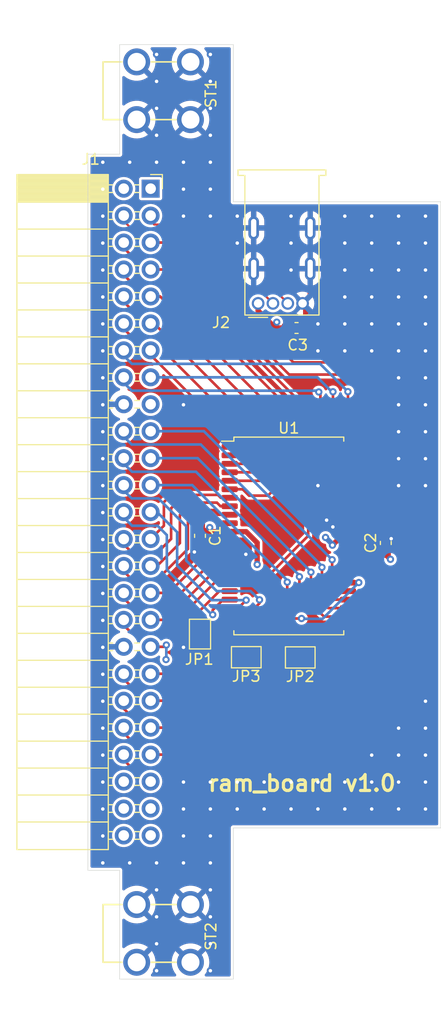
<source format=kicad_pcb>
(kicad_pcb (version 20211014) (generator pcbnew)
  (layers (0 "F.Cu" signal) (1 "In1.Cu" power) (2 "In2.Cu" power) (31 "B.Cu" signal) (34 "B.Paste" user) (35 "F.Paste" user) (36 "B.SilkS" user "B.Silkscreen") (37 "F.SilkS" user "F.Silkscreen") (38 "B.Mask" user) (39 "F.Mask" user) (44 "Edge.Cuts" user))
  (net 0 "")
  (net 1 "GND")
  (net 2 "/DVDD3v3")
  (net 5 "/USB_D+")
  (net 6 "/USB_D-")
  (net 7 "/CS#")
  (net 8 "/OE#")
  (net 9 "/WE#")
  (net 10 "/BE#")
  (net 11 "/DVDD5")
  (net 12 "/A8")
  (net 13 "/A10")
  (net 20 "/A4")
  (net 21 "/A3")
  (net 22 "/A2")
  (net 23 "/A1")
  (net 24 "/A0")
  (net 25 "/IO0")
  (net 26 "/IO1")
  (net 27 "/IO2")
  (net 28 "/IO3")
  (net 29 "/IO4")
  (net 30 "/IO5")
  (net 31 "/IO6")
  (net 32 "/IO7")
  (net 33 "/A16")
  (net 34 "/A15")
  (net 35 "/A14")
  (net 36 "/A13")
  (net 37 "/A12")
  (net 38 "/A17")
  (net 39 "/A11")
  (net 40 "/A9")
  (net 41 "/A18")
  (net 42 "/IO8")
  (net 43 "/IO9")
  (net 44 "/IO10")
  (net 45 "/IO11")
  (net 46 "/IO12")
  (net 47 "/IO13")
  (net 48 "/IO14")
  (net 49 "/IO15")
  (net 50 "/A7")
  (net 51 "/A6")
  (net 52 "/A5")
  (footprint "Package_SO:TSOP-II-44_10.16x18.41mm_P0.8mm" (layer "F.Cu") (at 62.48 59.98)
    (fp_text reference "U1")
    (fp_text value "IS66WV51216")
  )
  (footprint "Capacitor_SMD:C_0603_1608Metric_Pad1.08x0.95mm_HandSolder" (layer "F.Cu") (at 63.21 40.38)
    (fp_text reference "C3")
    (fp_text value "0.1u")
  )
  (footprint "Capacitor_SMD:C_0603_1608Metric_Pad1.08x0.95mm_HandSolder" (layer "F.Cu") (at 71.64 60.64 90)
    (fp_text reference "C2")
    (fp_text value "0.1u")
  )
  (footprint "custom_components:USB_A_Molex_067329-8000" (layer "F.Cu") (at 61.68 38.06 180)
    (fp_text reference "J2")
    (fp_text value "USB_A")
  )
  (footprint "custom_components:7773" (layer "F.Cu") (at 53.19 97.44 -90)
    (fp_text reference "ST2")
    (fp_text value "Screw_Terminal_01x01")
  )
  (footprint "Jumper:SolderJumper-2_P1.3mm_Open_Pad1.0x1.5mm" (layer "F.Cu") (at 54.09 69.23 -90)
    (fp_text reference "JP1")
    (fp_text value "SolderJumper_2_Open")
  )
  (footprint "Jumper:SolderJumper-2_P1.3mm_Open_Pad1.0x1.5mm" (layer "F.Cu") (at 58.46 71.41 180)
    (fp_text reference "JP3")
    (fp_text value "SolderJumper_2_Open")
  )
  (footprint "Connector_PinSocket_2.54mm:PinSocket_2x25_P2.54mm_Horizontal" (layer "F.Cu") (at 49.42579 27.24871)
    (fp_text reference "J1")
    (fp_text value "Conn_02x25_Odd_Even")
  )
  (footprint "Jumper:SolderJumper-2_P1.3mm_Open_Pad1.0x1.5mm" (layer "F.Cu") (at 63.56 71.43 180)
    (fp_text reference "JP2")
    (fp_text value "SolderJumper_2_Open")
  )
  (footprint "custom_components:7773" (layer "F.Cu") (at 53.19 18.02 -90)
    (fp_text reference "ST1")
    (fp_text value "Screw_Terminal_01x01")
  )
  (footprint "Capacitor_SMD:C_0603_1608Metric_Pad1.08x0.95mm_HandSolder" (layer "F.Cu") (at 54.09 59.97 -90)
    (fp_text reference "C1")
    (fp_text value "0.1u")
  )
  (gr_line (start 46.5 24) (end 43.5 24) (layer "Edge.Cuts") (width 0.05))
  (gr_line (start 46.5 91.5) (end 46.5 101.75) (layer "Edge.Cuts") (width 0.05))
  (gr_line (start 43.5 24) (end 43.5 91.5) (layer "Edge.Cuts") (width 0.05))
  (gr_line (start 76.84 87.5) (end 76.84 28.48) (layer "Edge.Cuts") (width 0.05))
  (gr_line (start 57.24 28.48) (end 57.24 13.67) (layer "Edge.Cuts") (width 0.05))
  (gr_line (start 57.24 13.67) (end 46.5 13.67) (layer "Edge.Cuts") (width 0.05))
  (gr_line (start 43.5 91.5) (end 46.5 91.5) (layer "Edge.Cuts") (width 0.05))
  (gr_line (start 46.5 13.67) (end 46.5 24) (layer "Edge.Cuts") (width 0.05))
  (gr_line (start 46.5 101.75) (end 57.24 101.75) (layer "Edge.Cuts") (width 0.05))
  (gr_line (start 57.24 101.75) (end 57.24 87.5) (layer "Edge.Cuts") (width 0.05))
  (gr_line (start 57.24 87.5) (end 76.84 87.5) (layer "Edge.Cuts") (width 0.05))
  (gr_line (start 76.84 28.48) (end 57.24 28.48) (layer "Edge.Cuts") (width 0.05))
  (gr_text "ram_board v1.0" (at 63.72 83.29) (layer "F.SilkS") (effects (font (size 1.5 1.5) (thickness 0.3))))
  (segment (start 56.8925 60.38) (end 57.755882 60.38) (width 0.5) (layer "F.Cu") (net 1))
  (segment (start 57.755882 60.38) (end 58.42 61.044118) (width 0.5) (layer "F.Cu") (net 1))
  (segment (start 64.5 37.34) (end 63.78 38.06) (width 0.5) (layer "F.Cu") (net 1))
  (segment (start 64.5 34.79) (end 64.5 37.34) (width 0.5) (layer "F.Cu") (net 1))
  (segment (start 67.09 59.58) (end 66.64 59.13) (width 0.5) (layer "F.Cu") (net 1))
  (segment (start 68.0675 59.58) (end 71.4425 59.58) (width 0.5) (layer "F.Cu") (net 1))
  (segment (start 58.42 61.044118) (end 58.42 61.71) (width 0.5) (layer "F.Cu") (net 1))
  (segment (start 54.5425 60.38) (end 54.09 60.8325) (width 0.5) (layer "F.Cu") (net 1))
  (segment (start 71.64 59.7775) (end 71.6875 59.7775) (width 0.5) (layer "F.Cu") (net 1))
  (segment (start 54.09 60.96) (end 53.56 61.49) (width 0.5) (layer "F.Cu") (net 1))
  (segment (start 71.4425 59.58) (end 71.64 59.7775) (width 0.5) (layer "F.Cu") (net 1))
  (segment (start 71.6875 59.7775) (end 72.15 60.24) (width 0.5) (layer "F.Cu") (net 1))
  (segment (start 64.0725 40.38) (end 64.0725 38.3525) (width 0.5) (layer "F.Cu") (net 1))
  (segment (start 56.8925 60.38) (end 54.5425 60.38) (width 0.5) (layer "F.Cu") (net 1))
  (segment (start 64.0725 38.3525) (end 63.78 38.06) (width 0.5) (layer "F.Cu") (net 1))
  (segment (start 68.0675 59.58) (end 67.09 59.58) (width 0.5) (layer "F.Cu") (net 1))
  (segment (start 54.09 60.8325) (end 54.09 60.96) (width 0.5) (layer "F.Cu") (net 1))
  (via (at 66.64 59.13) (size 0.686) (drill 0.33) (layers "F.Cu" "B.Cu") (net 1))
  (via (at 44.908409 29.836428) (size 0.686) (drill 0.33) (layers "F.Cu" "B.Cu") (net 1))
  (via (at 44.908409 32.376428) (size 0.686) (drill 0.33) (layers "F.Cu" "B.Cu") (net 1))
  (via (at 75.388409 78.096428) (size 0.686) (drill 0.33) (layers "F.Cu" "B.Cu") (net 1))
  (via (at 75.388409 32.376428) (size 0.686) (drill 0.33) (layers "F.Cu" "B.Cu") (net 1))
  (via (at 52.528409 83.176428) (size 0.686) (drill 0.33) (layers "F.Cu" "B.Cu") (net 1))
  (via (at 65.228409 85.716428) (size 0.686) (drill 0.33) (layers "F.Cu" "B.Cu") (net 1))
  (via (at 70.308409 32.376428) (size 0.686) (drill 0.33) (layers "F.Cu" "B.Cu") (net 1))
  (via (at 67.768409 29.836428) (size 0.686) (drill 0.33) (layers "F.Cu" "B.Cu") (net 1))
  (via (at 44.908409 37.456428) (size 0.686) (drill 0.33) (layers "F.Cu" "B.Cu") (net 1))
  (via (at 75.388409 45.076428) (size 0.686) (drill 0.33) (layers "F.Cu" "B.Cu") (net 1))
  (via (at 72.848409 78.096428) (size 0.686) (drill 0.33) (layers "F.Cu" "B.Cu") (net 1))
  (via (at 44.908409 55.236428) (size 0.686) (drill 0.33) (layers "F.Cu" "B.Cu") (net 1))
  (via (at 72.848409 45.076428) (size 0.686) (drill 0.33) (layers "F.Cu" "B.Cu") (net 1))
  (via (at 52.528409 29.836428) (size 0.686) (drill 0.33) (layers "F.Cu" "B.Cu") (net 1))
  (via (at 75.388409 50.156428) (size 0.686) (drill 0.33) (layers "F.Cu" "B.Cu") (net 1))
  (via (at 52.528409 27.296428) (size 0.686) (drill 0.33) (layers "F.Cu" "B.Cu") (net 1))
  (via (at 44.908409 34.916428) (size 0.686) (drill 0.33) (layers "F.Cu" "B.Cu") (net 1))
  (via (at 44.908409 75.556428) (size 0.686) (drill 0.33) (layers "F.Cu" "B.Cu") (net 1))
  (via (at 55.068409 29.836428) (size 0.686) (drill 0.33) (layers "F.Cu" "B.Cu") (net 1))
  (via (at 72.848409 39.996428) (size 0.686) (drill 0.33) (layers "F.Cu" "B.Cu") (net 1))
  (via (at 72.848409 52.696428) (size 0.686) (drill 0.33) (layers "F.Cu" "B.Cu") (net 1))
  (via (at 62.688409 32.376428) (size 0.686) (drill 0.33) (layers "F.Cu" "B.Cu") (net 1))
  (via (at 55.068409 24.756428) (size 0.686) (drill 0.33) (layers "F.Cu" "B.Cu") (net 1))
  (via (at 49.988409 95.876428) (size 0.686) (drill 0.33) (layers "F.Cu" "B.Cu") (net 1))
  (via (at 75.388409 80.636428) (size 0.686) (drill 0.33) (layers "F.Cu" "B.Cu") (net 1))
  (via (at 57.608409 32.376428) (size 0.686) (drill 0.33) (layers "F.Cu" "B.Cu") (net 1))
  (via (at 44.908409 42.536428) (size 0.686) (drill 0.33) (layers "F.Cu" "B.Cu") (net 1))
  (via (at 62.688409 29.836428) (size 0.686) (drill 0.33) (layers "F.Cu" "B.Cu") (net 1))
  (via (at 55.068409 17.136428) (size 0.686) (drill 0.33) (layers "F.Cu" "B.Cu") (net 1))
  (via (at 72.848409 55.236428) (size 0.686) (drill 0.33) (layers "F.Cu" "B.Cu") (net 1))
  (via (at 44.908409 39.996428) (size 0.686) (drill 0.33) (layers "F.Cu" "B.Cu") (net 1))
  (via (at 44.908409 60.316428) (size 0.686) (drill 0.33) (layers "F.Cu" "B.Cu") (net 1))
  (via (at 55.068409 98.416428) (size 0.686) (drill 0.33) (layers "F.Cu" "B.Cu") (net 1))
  (via (at 44.908409 90.796428) (size 0.686) (drill 0.33) (layers "F.Cu" "B.Cu") (net 1))
  (via (at 57.608409 83.176428) (size 0.686) (drill 0.33) (layers "F.Cu" "B.Cu") (net 1))
  (via (at 49.988409 24.756428) (size 0.686) (drill 0.33) (layers "F.Cu" "B.Cu") (net 1))
  (via (at 44.908409 73.016428) (size 0.686) (drill 0.33) (layers "F.Cu" "B.Cu") (net 1))
  (via (at 65.228409 42.536428) (size 0.686) (drill 0.33) (layers "F.Cu" "B.Cu") (net 1))
  (via (at 70.308409 85.716428) (size 0.686) (drill 0.33) (layers "F.Cu" "B.Cu") (net 1))
  (via (at 55.068409 95.876428) (size 0.686) (drill 0.33) (layers "F.Cu" "B.Cu") (net 1))
  (via (at 47.448409 24.756428) (size 0.686) (drill 0.33) (layers "F.Cu" "B.Cu") (net 1))
  (via (at 72.848409 37.456428) (size 0.686) (drill 0.33) (layers "F.Cu" "B.Cu") (net 1))
  (via (at 66.05 58.49) (size 0.686) (drill 0.33) (layers "F.Cu" "B.Cu") (net 1))
  (via (at 70.308409 42.536428) (size 0.686) (drill 0.33) (layers "F.Cu" "B.Cu") (net 1))
  (via (at 47.448409 90.796428) (size 0.686) (drill 0.33) (layers "F.Cu" "B.Cu") (net 1))
  (via (at 72.848409 50.156428) (size 0.686) (drill 0.33) (layers "F.Cu" "B.Cu") (net 1))
  (via (at 44.908409 50.156428) (size 0.686) (drill 0.33) (layers "F.Cu" "B.Cu") (net 1))
  (via (at 49.988409 98.416428) (size 0.686) (drill 0.33) (layers "F.Cu" "B.Cu") (net 1))
  (via (at 72.848409 42.536428) (size 0.686) (drill 0.33) (layers "F.Cu" "B.Cu") (net 1))
  (via (at 60.148409 83.176428) (size 0.686) (drill 0.33) (layers "F.Cu" "B.Cu") (net 1))
  (via (at 49.988409 14.596428) (size 0.686) (drill 0.33) (layers "F.Cu" "B.Cu") (net 1))
  (via (at 75.388409 55.236428) (size 0.686) (drill 0.33) (layers "F.Cu" "B.Cu") (net 1))
  (via (at 55.068409 85.716428) (size 0.686) (drill 0.33) (layers "F.Cu" "B.Cu") (net 1))
  (via (at 55.068409 19.676428) (size 0.686) (drill 0.33) (layers "F.Cu" "B.Cu") (net 1))
  (via (at 44.908409 65.396428) (size 0.686) (drill 0.33) (layers "F.Cu" "B.Cu") (net 1))
  (via (at 44.908409 47.616428) (size 0.686) (drill 0.33) (layers "F.Cu" "B.Cu") (net 1))
  (via (at 49.988409 22.216428) (size 0.686) (drill 0.33) (layers "F.Cu" "B.Cu") (net 1))
  (via (at 72.848409 34.916428) (size 0.686) (drill 0.33) (layers "F.Cu" "B.Cu") (net 1))
  (via (at 65.228409 55.236428) (size 0.686) (drill 0.33) (layers "F.Cu" "B.Cu") (net 1))
  (via (at 44.908409 52.696428) (size 0.686) (drill 0.33) (layers "F.Cu" "B.Cu") (net 1))
  (via (at 72.848409 85.716428) (size 0.686) (drill 0.33) (layers "F.Cu" "B.Cu") (net 1))
  (via (at 75.388409 34.916428) (size 0.686) (drill 0.33) (layers "F.Cu" "B.Cu") (net 1))
  (via (at 44.908409 83.176428) (size 0.686) (drill 0.33) (layers "F.Cu" "B.Cu") (net 1))
  (via (at 52.528409 47.616428) (size 0.686) (drill 0.33) (layers "F.Cu" "B.Cu") (net 1))
  (via (at 65.228409 83.176428) (size 0.686) (drill 0.33) (layers "F.Cu" "B.Cu") (net 1))
  (via (at 55.068409 90.796428) (size 0.686) (drill 0.33) (layers "F.Cu" "B.Cu") (net 1))
  (via (at 75.388409 75.556428) (size 0.686) (drill 0.33) (layers "F.Cu" "B.Cu") (net 1))
  (via (at 72.848409 80.636428) (size 0.686) (drill 0.33) (layers "F.Cu" "B.Cu") (net 1))
  (via (at 55.068409 27.296428) (size 0.686) (drill 0.33) (layers "F.Cu" "B.Cu") (net 1))
  (via (at 72.848409 29.836428) (size 0.686) (drill 0.33) (layers "F.Cu" "B.Cu") (net 1))
  (via (at 44.908409 45.076428) (size 0.686) (drill 0.33) (layers "F.Cu" "B.Cu") (net 1))
  (via (at 55.068409 83.176428) (size 0.686) (drill 0.33) (layers "F.Cu" "B.Cu") (net 1))
  (via (at 58.42 61.71) (size 0.686) (drill 0.33) (layers "F.Cu" "B.Cu") (net 1))
  (via (at 67.768409 34.916428) (size 0.686) (drill 0.33) (layers "F.Cu" "B.Cu") (net 1))
  (via (at 49.988409 93.336428) (size 0.686) (drill 0.33) (layers "F.Cu" "B.Cu") (net 1))
  (via (at 72.848409 47.616428) (size 0.686) (drill 0.33) (layers "F.Cu" "B.Cu") (net 1))
  (via (at 70.308409 83.176428) (size 0.686) (drill 0.33) (layers "F.Cu" "B.Cu") (net 1))
  (via (at 67.768409 37.456428) (size 0.686) (drill 0.33) (layers "F.Cu" "B.Cu") (net 1))
  (via (at 75.388409 39.996428) (size 0.686) (drill 0.33) (layers "F.Cu" "B.Cu") (net 1))
  (via (at 62.688409 85.716428) (size 0.686) (drill 0.33) (layers "F.Cu" "B.Cu") (net 1))
  (via (at 49.988409 100.956428) (size 0.686) (drill 0.33) (layers "F.Cu" "B.Cu") (net 1))
  (via (at 44.908409 62.856428) (size 0.686) (drill 0.33) (layers "F.Cu" "B.Cu") (net 1))
  (via (at 75.388409 85.716428) (size 0.686) (drill 0.33) (layers "F.Cu" "B.Cu") (net 1))
  (via (at 62.688409 83.176428) (size 0.686) (drill 0.33) (layers "F.Cu" "B.Cu") (net 1))
  (via (at 75.388409 83.176428) (size 0.686) (drill 0.33) (layers "F.Cu" "B.Cu") (net 1))
  (via (at 70.308409 37.456428) (size 0.686) (drill 0.33) (layers "F.Cu" "B.Cu") (net 1))
  (via (at 60.148409 85.716428) (size 0.686) (drill 0.33) (layers "F.Cu" "B.Cu") (net 1))
  (via (at 55.068409 93.336428) (size 0.686) (drill 0.33) (layers "F.Cu" "B.Cu") (net 1))
  (via (at 52.528409 24.756428) (size 0.686) (drill 0.33) (layers "F.Cu" "B.Cu") (net 1))
  (via (at 75.388409 52.696428) (size 0.686) (drill 0.33) (layers "F.Cu" "B.Cu") (net 1))
  (via (at 67.768409 83.176428) (size 0.686) (drill 0.33) (layers "F.Cu" "B.Cu") (net 1))
  (via (at 72.15 60.24) (size 0.686) (drill 0.33) (layers "F.Cu" "B.Cu") (net 1))
  (via (at 44.908409 70.476428) (size 0.686) (drill 0.33) (layers "F.Cu" "B.Cu") (net 1))
  (via (at 62.688409 34.916428) (size 0.686) (drill 0.33) (layers "F.Cu" "B.Cu") (net 1))
  (via (at 44.908409 80.636428) (size 0.686) (drill 0.33) (layers "F.Cu" "B.Cu") (net 1))
  (via (at 49.988409 90.796428) (size 0.686) (drill 0.33) (layers "F.Cu" "B.Cu") (net 1))
  (via (at 75.388409 37.456428) (size 0.686) (drill 0.33) (layers "F.Cu" "B.Cu") (net 1))
  (via (at 44.908409 57.776428) (size 0.686) (drill 0.33) (layers "F.Cu" "B.Cu") (net 1))
  (via (at 52.528409 70.476428) (size 0.686) (drill 0.33) (layers "F.Cu" "B.Cu") (net 1))
  (via (at 67.768409 32.376428) (size 0.686) (drill 0.33) (layers "F.Cu" "B.Cu") (net 1))
  (via (at 44.908409 88.256428) (size 0.686) (drill 0.33) (layers "F.Cu" "B.Cu") (net 1))
  (via (at 44.908409 85.716428) (size 0.686) (drill 0.33) (layers "F.Cu" "B.Cu") (net 1))
  (via (at 52.528409 85.716428) (size 0.686) (drill 0.33) (layers "F.Cu" "B.Cu") (net 1))
  (via (at 49.988409 17.136428) (size 0.686) (drill 0.33) (layers "F.Cu" "B.Cu") (net 1))
  (via (at 55.068409 22.216428) (size 0.686) (drill 0.33) (layers "F.Cu" "B.Cu") (net 1))
  (via (at 55.068409 88.256428) (size 0.686) (drill 0.33) (layers "F.Cu" "B.Cu") (net 1))
  (via (at 57.608409 29.836428) (size 0.686) (drill 0.33) (layers "F.Cu" "B.Cu") (net 1))
  (via (at 44.908409 24.756428) (size 0.686) (drill 0.33) (layers "F.Cu" "B.Cu") (net 1))
  (via (at 72.848409 32.376428) (size 0.686) (drill 0.33) (layers "F.Cu" "B.Cu") (net 1))
  (via (at 44.908409 78.096428) (size 0.686) (drill 0.33) (layers "F.Cu" "B.Cu") (net 1))
  (via (at 44.908409 27.296428) (size 0.686) (drill 0.33) (layers "F.Cu" "B.Cu") (net 1))
  (via (at 57.608409 85.716428) (size 0.686) (drill 0.33) (layers "F.Cu" "B.Cu") (net 1))
  (via (at 70.308409 34.916428) (size 0.686) (drill 0.33) (layers "F.Cu" "B.Cu") (net 1))
  (via (at 75.388409 29.836428) (size 0.686) (drill 0.33) (layers "F.Cu" "B.Cu") (net 1))
  (via (at 55.068409 14.596428) (size 0.686) (drill 0.33) (layers "F.Cu" "B.Cu") (net 1))
  (via (at 53.56 61.49) (size 0.686) (drill 0.33) (layers "F.Cu" "B.Cu") (net 1))
  (via (at 52.528409 90.796428) (size 0.686) (drill 0.33) (layers "F.Cu" "B.Cu") (net 1))
  (via (at 67.768409 85.716428) (size 0.686) (drill 0.33) (layers "F.Cu" "B.Cu") (net 1))
  (via (at 70.308409 80.636428) (size 0.686) (drill 0.33) (layers "F.Cu" "B.Cu") (net 1))
  (via (at 55.068409 100.956428) (size 0.686) (drill 0.33) (layers "F.Cu" "B.Cu") (net 1))
  (via (at 72.848409 83.176428) (size 0.686) (drill 0.33) (layers "F.Cu" "B.Cu") (net 1))
  (via (at 49.988409 19.676428) (size 0.686) (drill 0.33) (layers "F.Cu" "B.Cu") (net 1))
  (via (at 70.308409 39.996428) (size 0.686) (drill 0.33) (layers "F.Cu" "B.Cu") (net 1))
  (via (at 75.388409 47.616428) (size 0.686) (drill 0.33) (layers "F.Cu" "B.Cu") (net 1))
  (via (at 75.388409 42.536428) (size 0.686) (drill 0.33) (layers "F.Cu" "B.Cu") (net 1))
  (via (at 44.908409 67.936428) (size 0.686) (drill 0.33) (layers "F.Cu" "B.Cu") (net 1))
  (via (at 67.768409 42.536428) (size 0.686) (drill 0.33) (layers "F.Cu" "B.Cu") (net 1))
  (via (at 70.308409 29.836428) (size 0.686) (drill 0.33) (layers "F.Cu" "B.Cu") (net 1))
  (via (at 65.228409 39.996428) (size 0.686) (drill 0.33) (layers "F.Cu" "B.Cu") (net 1))
  (via (at 67.768409 39.996428) (size 0.686) (drill 0.33) (layers "F.Cu" "B.Cu") (net 1))
  (via (at 52.528409 88.256428) (size 0.686) (drill 0.33) (layers "F.Cu" "B.Cu") (net 1))
  (segment (start 66.64 59.13) (end 66.64 59.08) (width 0.5) (layer "B.Cu") (net 1))
  (segment (start 66.64 59.08) (end 66.05 58.49) (width 0.5) (layer "B.Cu") (net 1))
  (segment (start 56.8925 59.58) (end 58.45 59.58) (width 0.5) (layer "F.Cu") (net 2))
  (segment (start 59.49 60.62) (end 59.49 62.67) (width 0.5) (layer "F.Cu") (net 2))
  (segment (start 68.0675 60.38) (end 70.13 60.38) (width 0.5) (layer "F.Cu") (net 2))
  (segment (start 70.13 60.38) (end 71.2525 61.5025) (width 0.5) (layer "F.Cu") (net 2))
  (segment (start 71.64 61.74) (end 72.08 62.18) (width 0.5) (layer "F.Cu") (net 2))
  (segment (start 71.2525 61.5025) (end 71.64 61.5025) (width 0.5) (layer "F.Cu") (net 2))
  (segment (start 50.74129 70.42871) (end 50.91 70.26) (width 0.25) (layer "F.Cu") (net 2))
  (segment (start 71.64 61.5025) (end 71.64 61.74) (width 0.5) (layer "F.Cu") (net 2))
  (segment (start 54.62 59.58) (end 55.01 59.19) (width 0.5) (layer "F.Cu") (net 2))
  (segment (start 48.92579 70.42871) (end 50.74129 70.42871) (width 0.25) (layer "F.Cu") (net 2))
  (segment (start 68.0675 60.38) (end 67.07 60.38) (width 0.5) (layer "F.Cu") (net 2))
  (segment (start 56.8925 59.58) (end 54.5625 59.58) (width 0.5) (layer "F.Cu") (net 2))
  (segment (start 54.5625 59.58) (end 54.62 59.58) (width 0.5) (layer "F.Cu") (net 2))
  (segment (start 67.07 60.38) (end 66.6 60.85) (width 0.5) (layer "F.Cu") (net 2))
  (segment (start 58.45 59.58) (end 59.49 60.62) (width 0.5) (layer "F.Cu") (net 2))
  (segment (start 54.5625 59.58) (end 54.09 59.1075) (width 0.5) (layer "F.Cu") (net 2))
  (via (at 50.91 70.26) (size 0.686) (drill 0.33) (layers "F.Cu" "B.Cu") (net 2))
  (via (at 65.95 60.12) (size 0.686) (drill 0.33) (layers "F.Cu" "B.Cu") (net 2))
  (via (at 59.49 62.67) (size 0.686) (drill 0.33) (layers "F.Cu" "B.Cu") (net 2))
  (via (at 72.08 62.18) (size 0.686) (drill 0.33) (layers "F.Cu" "B.Cu") (net 2))
  (via (at 66.6 60.85) (size 0.686) (drill 0.33) (layers "F.Cu" "B.Cu") (net 2))
  (via (at 55.01 59.19) (size 0.686) (drill 0.33) (layers "F.Cu" "B.Cu") (net 2))
  (via (at 50.88 71.63) (size 0.686) (drill 0.33) (layers "F.Cu" "B.Cu") (net 2))
  (segment (start 50.91 70.26) (end 50.91 71.6) (width 0.25) (layer "B.Cu") (net 2))
  (segment (start 50.91 71.6) (end 50.88 71.63) (width 0.25) (layer "B.Cu") (net 2))
  (segment (start 66.6 60.85) (end 66.6 60.77) (width 0.5) (layer "B.Cu") (net 2))
  (segment (start 66.6 60.77) (end 65.95 60.12) (width 0.5) (layer "B.Cu") (net 2))
  (segment (start 48.92579 29.78871) (end 49.76756 30.63048) (width 0.2) (layer "F.Cu") (net 5))
  (segment (start 62.38 38.04) (end 62.38 38.06) (width 0.2) (layer "F.Cu") (net 5))
  (segment (start 58.615486 36.57048) (end 60.91048 36.57048) (width 0.2) (layer "F.Cu") (net 5))
  (segment (start 52.675487 30.630481) (end 58.615486 36.57048) (width 0.2) (layer "F.Cu") (net 5))
  (segment (start 49.76756 30.63048) (end 52.675487 30.630481) (width 0.2) (layer "F.Cu") (net 5))
  (segment (start 60.91048 36.57048) (end 62.38 38.04) (width 0.2) (layer "F.Cu") (net 5))
  (segment (start 47.62708 31.03) (end 46.38579 29.78871) (width 0.2) (layer "F.Cu") (net 6))
  (segment (start 59.89 36.97) (end 58.45 36.97) (width 0.2) (layer "F.Cu") (net 6))
  (segment (start 52.51 31.03) (end 47.62708 31.03) (width 0.2) (layer "F.Cu") (net 6))
  (segment (start 58.45 36.97) (end 52.51 31.03) (width 0.2) (layer "F.Cu") (net 6))
  (segment (start 60.98 38.06) (end 59.89 36.97) (width 0.2) (layer "F.Cu") (net 6))
  (segment (start 50.7 36.15) (end 47.66708 36.15) (width 0.25) (layer "F.Cu") (net 7))
  (segment (start 60.51 56.18) (end 63.13 53.56) (width 0.25) (layer "F.Cu") (net 7))
  (segment (start 63.13 48.58) (end 50.7 36.15) (width 0.25) (layer "F.Cu") (net 7))
  (segment (start 58.12 55.58) (end 58.72 56.18) (width 0.25) (layer "F.Cu") (net 7))
  (segment (start 58.72 56.18) (end 60.51 56.18) (width 0.25) (layer "F.Cu") (net 7))
  (segment (start 56.8925 55.58) (end 58.12 55.58) (width 0.25) (layer "F.Cu") (net 7))
  (segment (start 63.13 53.56) (end 63.13 48.58) (width 0.25) (layer "F.Cu") (net 7))
  (segment (start 47.66708 36.15) (end 46.38579 34.86871) (width 0.25) (layer "F.Cu") (net 7))
  (segment (start 68.71 44.77) (end 62.51 44.77) (width 0.25) (layer "F.Cu") (net 8))
  (segment (start 51.31 33.57) (end 47.62708 33.57) (width 0.25) (layer "F.Cu") (net 8))
  (segment (start 69.93 45.99) (end 68.71 44.77) (width 0.25) (layer "F.Cu") (net 8))
  (segment (start 47.62708 33.57) (end 46.38579 32.32871) (width 0.25) (layer "F.Cu") (net 8))
  (segment (start 69.3 53.98) (end 69.93 53.35) (width 0.25) (layer "F.Cu") (net 8))
  (segment (start 69.93 53.35) (end 69.93 45.99) (width 0.25) (layer "F.Cu") (net 8))
  (segment (start 68.0675 53.98) (end 69.3 53.98) (width 0.25) (layer "F.Cu") (net 8))
  (segment (start 62.51 44.77) (end 51.31 33.57) (width 0.25) (layer "F.Cu") (net 8))
  (segment (start 56.8925 64.38) (end 59.9 64.38) (width 0.25) (layer "F.Cu") (net 9))
  (segment (start 64.31 48.11) (end 51.06871 34.86871) (width 0.25) (layer "F.Cu") (net 9))
  (segment (start 51.06871 34.86871) (end 48.92579 34.86871) (width 0.25) (layer "F.Cu") (net 9))
  (segment (start 64.31 59.97) (end 64.31 48.11) (width 0.25) (layer "F.Cu") (net 9))
  (segment (start 59.9 64.38) (end 64.31 59.97) (width 0.25) (layer "F.Cu") (net 9))
  (segment (start 68.0675 54.78) (end 69.9 54.78) (width 0.25) (layer "F.Cu") (net 10))
  (segment (start 71.19 45.57) (end 69.24 43.62) (width 0.25) (layer "F.Cu") (net 10))
  (segment (start 71.19 53.49) (end 71.19 45.57) (width 0.25) (layer "F.Cu") (net 10))
  (segment (start 69.24 43.62) (end 62.91 43.62) (width 0.25) (layer "F.Cu") (net 10))
  (segment (start 51.61871 32.32871) (end 48.92579 32.32871) (width 0.25) (layer "F.Cu") (net 10))
  (segment (start 69.9 54.78) (end 71.19 53.49) (width 0.25) (layer "F.Cu") (net 10))
  (segment (start 62.91 43.62) (end 51.61871 32.32871) (width 0.25) (layer "F.Cu") (net 10))
  (segment (start 69.1 55.58) (end 69.9 54.78) (width 0.25) (layer "F.Cu") (net 10))
  (segment (start 68.0675 55.58) (end 69.1 55.58) (width 0.25) (layer "F.Cu") (net 10))
  (segment (start 59.58 38.06) (end 59.58 38.76) (width 0.5) (layer "F.Cu") (net 11))
  (segment (start 61.2 39.97) (end 61.34 39.83) (width 0.5) (layer "F.Cu") (net 11))
  (segment (start 61.2 40.38) (end 61.2 39.97) (width 0.5) (layer "F.Cu") (net 11))
  (segment (start 61.2 40.38) (end 62.3475 40.38) (width 0.5) (layer "F.Cu") (net 11))
  (segment (start 59.58 38.76) (end 61.2 40.38) (width 0.5) (layer "F.Cu") (net 11))
  (via (at 61.34 39.83) (size 0.686) (drill 0.33) (layers "F.Cu" "B.Cu") (net 11))
  (segment (start 67.451606 65.18) (end 66.57 64.298394) (width 0.25) (layer "F.Cu") (net 12))
  (segment (start 66.57 64.298394) (end 66.57 62.22) (width 0.25) (layer "F.Cu") (net 12))
  (segment (start 68.0675 65.18) (end 67.451606 65.18) (width 0.25) (layer "F.Cu") (net 12))
  (via (at 66.57 62.22) (size 0.686) (drill 0.33) (layers "F.Cu" "B.Cu") (net 12))
  (segment (start 54.45871 50.10871) (end 48.92579 50.10871) (width 0.25) (layer "B.Cu") (net 12))
  (segment (start 66.57 62.22) (end 54.45871 50.10871) (width 0.25) (layer "B.Cu") (net 12))
  (segment (start 64.57 63.39) (end 64.57 65.13) (width 0.25) (layer "F.Cu") (net 13))
  (segment (start 64.57 65.13) (end 66.22 66.78) (width 0.25) (layer "F.Cu") (net 13))
  (segment (start 66.22 66.78) (end 68.0675 66.78) (width 0.25) (layer "F.Cu") (net 13))
  (via (at 64.57 63.39) (size 0.686) (drill 0.33) (layers "F.Cu" "B.Cu") (net 13))
  (segment (start 53.86871 52.64871) (end 48.92579 52.64871) (width 0.25) (layer "B.Cu") (net 13))
  (segment (start 64.57 63.39) (end 64.57 63.35) (width 0.25) (layer "B.Cu") (net 13))
  (segment (start 64.57 63.35) (end 53.86871 52.64871) (width 0.25) (layer "B.Cu") (net 13))
  (segment (start 56.8925 50.3925) (end 48.98871 42.48871) (width 0.25) (layer "F.Cu") (net 20))
  (segment (start 56.8925 51.58) (end 56.8925 50.3925) (width 0.25) (layer "F.Cu") (net 20))
  (segment (start 50.71 41.94) (end 50.02 41.25) (width 0.25) (layer "F.Cu") (net 21))
  (segment (start 56.8925 52.38) (end 57.508394 52.38) (width 0.25) (layer "F.Cu") (net 21))
  (segment (start 57.508394 52.38) (end 58.35 51.538394) (width 0.25) (layer "F.Cu") (net 21))
  (segment (start 58.35 51.538394) (end 58.35 50.23) (width 0.25) (layer "F.Cu") (net 21))
  (segment (start 50.71 42.59) (end 50.71 41.94) (width 0.25) (layer "F.Cu") (net 21))
  (segment (start 50.02 41.25) (end 47.68708 41.25) (width 0.25) (layer "F.Cu") (net 21))
  (segment (start 47.68708 41.25) (end 46.38579 39.94871) (width 0.25) (layer "F.Cu") (net 21))
  (segment (start 58.35 50.23) (end 50.71 42.59) (width 0.25) (layer "F.Cu") (net 21))
  (segment (start 59.53 51.89) (end 59.53 49.73) (width 0.25) (layer "F.Cu") (net 22))
  (segment (start 56.8925 53.18) (end 58.24 53.18) (width 0.25) (layer "F.Cu") (net 22))
  (segment (start 58.24 53.18) (end 59.53 51.89) (width 0.25) (layer "F.Cu") (net 22))
  (segment (start 59.53 49.73) (end 49.74871 39.94871) (width 0.25) (layer "F.Cu") (net 22))
  (segment (start 59.01 53.98) (end 60.72 52.27) (width 0.25) (layer "F.Cu") (net 23))
  (segment (start 50.08 38.69) (end 47.66708 38.69) (width 0.25) (layer "F.Cu") (net 23))
  (segment (start 47.66708 38.69) (end 46.38579 37.40871) (width 0.25) (layer "F.Cu") (net 23))
  (segment (start 56.8925 53.98) (end 59.01 53.98) (width 0.25) (layer "F.Cu") (net 23))
  (segment (start 60.72 49.33) (end 50.08 38.69) (width 0.25) (layer "F.Cu") (net 23))
  (segment (start 60.72 52.27) (end 60.72 49.33) (width 0.25) (layer "F.Cu") (net 23))
  (segment (start 61.95 52.86) (end 61.95 49.03) (width 0.25) (layer "F.Cu") (net 24))
  (segment (start 61.95 49.03) (end 50.32871 37.40871) (width 0.25) (layer "F.Cu") (net 24))
  (segment (start 56.8925 54.78) (end 60.03 54.78) (width 0.25) (layer "F.Cu") (net 24))
  (segment (start 60.03 54.78) (end 61.95 52.86) (width 0.25) (layer "F.Cu") (net 24))
  (segment (start 50.32871 37.40871) (end 48.92579 37.40871) (width 0.25) (layer "F.Cu") (net 24))
  (segment (start 56.8925 56.38) (end 56.05 56.38) (width 0.25) (layer "F.Cu") (net 25))
  (segment (start 55.78 56.11) (end 51.36 56.11) (width 0.25) (layer "F.Cu") (net 25))
  (segment (start 50.68 59.0145) (end 49.42579 60.26871) (width 0.25) (layer "F.Cu") (net 25))
  (segment (start 50.68 56.79) (end 50.68 59.0145) (width 0.25) (layer "F.Cu") (net 25))
  (segment (start 56.05 56.38) (end 55.78 56.11) (width 0.25) (layer "F.Cu") (net 25))
  (segment (start 51.36 56.11) (end 50.68 56.79) (width 0.25) (layer "F.Cu") (net 25))
  (segment (start 51.89 56.84) (end 51.36 57.37) (width 0.25) (layer "F.Cu") (net 26))
  (segment (start 50.08 61.54) (end 47.65708 61.54) (width 0.25) (layer "F.Cu") (net 26))
  (segment (start 55.69 56.84) (end 51.89 56.84) (width 0.25) (layer "F.Cu") (net 26))
  (segment (start 51.36 60.26) (end 50.08 61.54) (width 0.25) (layer "F.Cu") (net 26))
  (segment (start 56.03 57.18) (end 55.69 56.84) (width 0.25) (layer "F.Cu") (net 26))
  (segment (start 56.8925 57.18) (end 56.03 57.18) (width 0.25) (layer "F.Cu") (net 26))
  (segment (start 51.36 57.37) (end 51.36 60.26) (width 0.25) (layer "F.Cu") (net 26))
  (segment (start 47.65708 61.54) (end 46.38579 60.26871) (width 0.25) (layer "F.Cu") (net 26))
  (segment (start 56.8925 57.98) (end 55.81 57.98) (width 0.25) (layer "F.Cu") (net 27))
  (segment (start 52.66 57.54) (end 52.19 58.01) (width 0.25) (layer "F.Cu") (net 27))
  (segment (start 52.19 58.01) (end 52.19 60.65) (width 0.25) (layer "F.Cu") (net 27))
  (segment (start 55.81 57.98) (end 55.37 57.54) (width 0.25) (layer "F.Cu") (net 27))
  (segment (start 52.19 60.65) (end 50.03129 62.80871) (width 0.25) (layer "F.Cu") (net 27))
  (segment (start 50.03129 62.80871) (end 48.92579 62.80871) (width 0.25) (layer "F.Cu") (net 27))
  (segment (start 55.37 57.54) (end 52.66 57.54) (width 0.25) (layer "F.Cu") (net 27))
  (segment (start 50.09 64.06) (end 52.95 61.2) (width 0.25) (layer "F.Cu") (net 28))
  (segment (start 46.38579 62.80871) (end 47.63708 64.06) (width 0.25) (layer "F.Cu") (net 28))
  (segment (start 47.63708 64.06) (end 50.09 64.06) (width 0.25) (layer "F.Cu") (net 28))
  (segment (start 52.95 61.2) (end 52.95 58.37) (width 0.25) (layer "F.Cu") (net 28))
  (segment (start 55.7 58.78) (end 56.8925 58.78) (width 0.25) (layer "F.Cu") (net 28))
  (segment (start 52.95 58.37) (end 53.19 58.13) (width 0.25) (layer "F.Cu") (net 28))
  (segment (start 53.19 58.13) (end 55.05 58.13) (width 0.25) (layer "F.Cu") (net 28))
  (segment (start 55.05 58.13) (end 55.7 58.78) (width 0.25) (layer "F.Cu") (net 28))
  (segment (start 56.8925 61.18) (end 55.3 61.18) (width 0.25) (layer "F.Cu") (net 29))
  (segment (start 51.13129 65.34871) (end 48.92579 65.34871) (width 0.25) (layer "F.Cu") (net 29))
  (segment (start 55.3 61.18) (end 51.13129 65.34871) (width 0.25) (layer "F.Cu") (net 29))
  (segment (start 56.8925 61.98) (end 55.66 61.98) (width 0.25) (layer "F.Cu") (net 30))
  (segment (start 51.01 66.63) (end 47.66708 66.63) (width 0.25) (layer "F.Cu") (net 30))
  (segment (start 55.66 61.98) (end 51.01 66.63) (width 0.25) (layer "F.Cu") (net 30))
  (segment (start 47.66708 66.63) (end 46.38579 65.34871) (width 0.25) (layer "F.Cu") (net 30))
  (segment (start 50.86129 67.88871) (end 48.92579 67.88871) (width 0.25) (layer "F.Cu") (net 31))
  (segment (start 56.8925 62.78) (end 55.97 62.78) (width 0.25) (layer "F.Cu") (net 31))
  (segment (start 55.97 62.78) (end 50.86129 67.88871) (width 0.25) (layer "F.Cu") (net 31))
  (segment (start 50.676606 69.18) (end 47.67708 69.18) (width 0.25) (layer "F.Cu") (net 32))
  (segment (start 56.276606 63.58) (end 50.676606 69.18) (width 0.25) (layer "F.Cu") (net 32))
  (segment (start 47.67708 69.18) (end 46.38579 67.88871) (width 0.25) (layer "F.Cu") (net 32))
  (segment (start 56.8925 63.58) (end 56.276606 63.58) (width 0.25) (layer "F.Cu") (net 32))
  (segment (start 55.92 65.18) (end 54.09 67.01) (width 0.25) (layer "F.Cu") (net 33))
  (segment (start 54.09 67.01) (end 54.09 68.58) (width 0.25) (layer "F.Cu") (net 33))
  (segment (start 56.8925 65.18) (end 55.92 65.18) (width 0.25) (layer "F.Cu") (net 33))
  (segment (start 56.276606 65.98) (end 56.8925 65.98) (width 0.25) (layer "F.Cu") (net 34))
  (segment (start 55.29 66.966606) (end 56.276606 65.98) (width 0.25) (layer "F.Cu") (net 34))
  (segment (start 55.29 67.4) (end 55.29 66.966606) (width 0.25) (layer "F.Cu") (net 34))
  (via (at 55.29 67.4) (size 0.686) (drill 0.33) (layers "F.Cu" "B.Cu") (net 34))
  (segment (start 47.67708 59.02) (end 46.38579 57.72871) (width 0.25) (layer "B.Cu") (net 34))
  (segment (start 50.96 63.16) (end 50.96 59.9) (width 0.25) (layer "B.Cu") (net 34))
  (segment (start 55.29 67.4) (end 55.2 67.4) (width 0.25) (layer "B.Cu") (net 34))
  (segment (start 50.08 59.02) (end 47.67708 59.02) (width 0.25) (layer "B.Cu") (net 34))
  (segment (start 55.2 67.4) (end 50.96 63.16) (width 0.25) (layer "B.Cu") (net 34))
  (segment (start 50.96 59.9) (end 50.08 59.02) (width 0.25) (layer "B.Cu") (net 34))
  (segment (start 58.45 66.03) (end 57.7 66.78) (width 0.25) (layer "F.Cu") (net 35))
  (segment (start 57.7 66.78) (end 56.8925 66.78) (width 0.25) (layer "F.Cu") (net 35))
  (via (at 58.45 66.03) (size 0.686) (drill 0.33) (layers "F.Cu" "B.Cu") (net 35))
  (segment (start 58.45 66.03) (end 55.19 66.03) (width 0.25) (layer "B.Cu") (net 35))
  (segment (start 51.93 62.77) (end 51.93 59.62) (width 0.25) (layer "B.Cu") (net 35))
  (segment (start 55.19 66.03) (end 51.93 62.77) (width 0.25) (layer "B.Cu") (net 35))
  (segment (start 50.03871 57.72871) (end 48.92579 57.72871) (width 0.25) (layer "B.Cu") (net 35))
  (segment (start 51.93 59.62) (end 50.03871 57.72871) (width 0.25) (layer "B.Cu") (net 35))
  (segment (start 59.71 66.32) (end 58.45 67.58) (width 0.25) (layer "F.Cu") (net 36))
  (segment (start 59.71 66) (end 59.71 66.32) (width 0.25) (layer "F.Cu") (net 36))
  (segment (start 58.45 67.58) (end 56.8925 67.58) (width 0.25) (layer "F.Cu") (net 36))
  (via (at 59.71 66) (size 0.686) (drill 0.33) (layers "F.Cu" "B.Cu") (net 36))
  (segment (start 52.79 59.07) (end 50.16 56.44) (width 0.25) (layer "B.Cu") (net 36))
  (segment (start 52.79 62.3) (end 52.79 59.07) (width 0.25) (layer "B.Cu") (net 36))
  (segment (start 59.072489 65.387511) (end 58.864978 65.18) (width 0.25) (layer "B.Cu") (net 36))
  (segment (start 50.16 56.44) (end 47.63708 56.44) (width 0.25) (layer "B.Cu") (net 36))
  (segment (start 55.67 65.18) (end 52.79 62.3) (width 0.25) (layer "B.Cu") (net 36))
  (segment (start 58.864978 65.18) (end 55.67 65.18) (width 0.25) (layer "B.Cu") (net 36))
  (segment (start 47.63708 56.44) (end 46.38579 55.18871) (width 0.25) (layer "B.Cu") (net 36))
  (segment (start 59.71 66) (end 59.072489 65.362489) (width 0.25) (layer "B.Cu") (net 36))
  (segment (start 59.072489 65.362489) (end 59.072489 65.387511) (width 0.25) (layer "B.Cu") (net 36))
  (segment (start 60.1 68.38) (end 62.33 66.15) (width 0.25) (layer "F.Cu") (net 37))
  (segment (start 56.8925 68.38) (end 60.1 68.38) (width 0.25) (layer "F.Cu") (net 37))
  (segment (start 62.33 66.15) (end 62.33 64.33) (width 0.25) (layer "F.Cu") (net 37))
  (via (at 62.33 64.33) (size 0.686) (drill 0.33) (layers "F.Cu" "B.Cu") (net 37))
  (segment (start 53.35871 55.18871) (end 48.92579 55.18871) (width 0.25) (layer "B.Cu") (net 37))
  (segment (start 62.33 64.16) (end 53.35871 55.18871) (width 0.25) (layer "B.Cu") (net 37))
  (segment (start 62.33 64.33) (end 62.33 64.16) (width 0.25) (layer "B.Cu") (net 37))
  (segment (start 64.21 71.43) (end 65.0175 71.43) (width 0.25) (layer "F.Cu") (net 38))
  (segment (start 65.0175 71.43) (end 68.0675 68.38) (width 0.25) (layer "F.Cu") (net 38))
  (segment (start 63.48 65.26) (end 65.8 67.58) (width 0.25) (layer "F.Cu") (net 39))
  (segment (start 65.8 67.58) (end 68.0675 67.58) (width 0.25) (layer "F.Cu") (net 39))
  (segment (start 63.48 63.82) (end 63.48 65.26) (width 0.25) (layer "F.Cu") (net 39))
  (via (at 63.48 63.82) (size 0.686) (drill 0.33) (layers "F.Cu" "B.Cu") (net 39))
  (segment (start 53.71 53.93) (end 47.66708 53.93) (width 0.25) (layer "B.Cu") (net 39))
  (segment (start 63.48 63.82) (end 63.48 63.7) (width 0.25) (layer "B.Cu") (net 39))
  (segment (start 63.48 63.7) (end 53.71 53.93) (width 0.25) (layer "B.Cu") (net 39))
  (segment (start 47.66708 53.93) (end 46.38579 52.64871) (width 0.25) (layer "B.Cu") (net 39))
  (segment (start 65.61 64.87) (end 66.72 65.98) (width 0.25) (layer "F.Cu") (net 40))
  (segment (start 66.72 65.98) (end 68.0675 65.98) (width 0.25) (layer "F.Cu") (net 40))
  (segment (start 65.61 62.94) (end 65.61 64.87) (width 0.25) (layer "F.Cu") (net 40))
  (via (at 65.61 62.94) (size 0.686) (drill 0.33) (layers "F.Cu" "B.Cu") (net 40))
  (segment (start 65.61 62.94) (end 65.61 62.81) (width 0.25) (layer "B.Cu") (net 40))
  (segment (start 54.16 51.36) (end 47.63708 51.36) (width 0.25) (layer "B.Cu") (net 40))
  (segment (start 47.63708 51.36) (end 46.38579 50.10871) (width 0.25) (layer "B.Cu") (net 40))
  (segment (start 65.61 62.81) (end 54.16 51.36) (width 0.25) (layer "B.Cu") (net 40))
  (segment (start 63.68 67.76) (end 62.76 67.76) (width 0.25) (layer "F.Cu") (net 41))
  (segment (start 68.0675 64.38) (end 69.08 64.38) (width 0.25) (layer "F.Cu") (net 41))
  (segment (start 62.76 67.76) (end 59.11 71.41) (width 0.25) (layer "F.Cu") (net 41))
  (segment (start 69.08 64.38) (end 69.09 64.37) (width 0.25) (layer "F.Cu") (net 41))
  (via (at 63.68 67.76) (size 0.686) (drill 0.33) (layers "F.Cu" "B.Cu") (net 41))
  (via (at 69.09 64.37) (size 0.686) (drill 0.33) (layers "F.Cu" "B.Cu") (net 41))
  (segment (start 63.71 67.79) (end 63.68 67.76) (width 0.25) (layer "B.Cu") (net 41))
  (segment (start 65.67 67.79) (end 63.71 67.79) (width 0.25) (layer "B.Cu") (net 41))
  (segment (start 69.09 64.37) (end 65.67 67.79) (width 0.25) (layer "B.Cu") (net 41))
  (segment (start 70.07 64.35) (end 70.07 68.29) (width 0.25) (layer "F.Cu") (net 42))
  (segment (start 69.3 63.58) (end 70.07 64.35) (width 0.25) (layer "F.Cu") (net 42))
  (segment (start 70.07 68.29) (end 65.39129 72.96871) (width 0.25) (layer "F.Cu") (net 42))
  (segment (start 68.0675 63.58) (end 69.3 63.58) (width 0.25) (layer "F.Cu") (net 42))
  (segment (start 65.39129 72.96871) (end 48.92579 72.96871) (width 0.25) (layer "F.Cu") (net 42))
  (segment (start 65.62 74.23) (end 47.64708 74.23) (width 0.25) (layer "F.Cu") (net 43))
  (segment (start 69.4 62.78) (end 70.76 64.14) (width 0.25) (layer "F.Cu") (net 43))
  (segment (start 70.76 64.14) (end 70.76 69.09) (width 0.25) (layer "F.Cu") (net 43))
  (segment (start 68.0675 62.78) (end 69.4 62.78) (width 0.25) (layer "F.Cu") (net 43))
  (segment (start 47.64708 74.23) (end 46.38579 72.96871) (width 0.25) (layer "F.Cu") (net 43))
  (segment (start 70.76 69.09) (end 65.62 74.23) (width 0.25) (layer "F.Cu") (net 43))
  (segment (start 71.47 69.97) (end 65.93129 75.50871) (width 0.25) (layer "F.Cu") (net 44))
  (segment (start 65.93129 75.50871) (end 48.92579 75.50871) (width 0.25) (layer "F.Cu") (net 44))
  (segment (start 68.0675 61.98) (end 69.5 61.98) (width 0.25) (layer "F.Cu") (net 44))
  (segment (start 69.5 61.98) (end 71.47 63.95) (width 0.25) (layer "F.Cu") (net 44))
  (segment (start 71.47 63.95) (end 71.47 69.97) (width 0.25) (layer "F.Cu") (net 44))
  (segment (start 66.02 76.77) (end 47.4 76.77) (width 0.25) (layer "F.Cu") (net 45))
  (segment (start 68.0675 61.18) (end 69.65 61.18) (width 0.25) (layer "F.Cu") (net 45))
  (segment (start 69.65 61.18) (end 72.26 63.79) (width 0.25) (layer "F.Cu") (net 45))
  (segment (start 46.38579 75.75579) (end 46.38579 75.50871) (width 0.25) (layer "F.Cu") (net 45))
  (segment (start 47.4 76.77) (end 46.38579 75.75579) (width 0.25) (layer "F.Cu") (net 45))
  (segment (start 72.26 70.53) (end 66.02 76.77) (width 0.25) (layer "F.Cu") (net 45))
  (segment (start 72.26 63.79) (end 72.26 70.53) (width 0.25) (layer "F.Cu") (net 45))
  (segment (start 73.06 71.28) (end 66.29129 78.04871) (width 0.25) (layer "F.Cu") (net 46))
  (segment (start 72.683394 58.78) (end 73.06 59.156606) (width 0.25) (layer "F.Cu") (net 46))
  (segment (start 68.0675 58.78) (end 72.683394 58.78) (width 0.25) (layer "F.Cu") (net 46))
  (segment (start 66.29129 78.04871) (end 48.92579 78.04871) (width 0.25) (layer "F.Cu") (net 46))
  (segment (start 73.06 59.156606) (end 73.06 71.28) (width 0.25) (layer "F.Cu") (net 46))
  (segment (start 66.46 79.31) (end 47.64708 79.31) (width 0.25) (layer "F.Cu") (net 47))
  (segment (start 68.0675 57.98) (end 73.29 57.98) (width 0.25) (layer "F.Cu") (net 47))
  (segment (start 73.88 58.57) (end 73.88 71.89) (width 0.25) (layer "F.Cu") (net 47))
  (segment (start 47.64708 79.31) (end 46.38579 78.04871) (width 0.25) (layer "F.Cu") (net 47))
  (segment (start 73.29 57.98) (end 73.88 58.57) (width 0.25) (layer "F.Cu") (net 47))
  (segment (start 73.88 71.89) (end 66.46 79.31) (width 0.25) (layer "F.Cu") (net 47))
  (segment (start 66.76129 80.58871) (end 48.92579 80.58871) (width 0.25) (layer "F.Cu") (net 48))
  (segment (start 74.69 72.66) (end 66.76129 80.58871) (width 0.25) (layer "F.Cu") (net 48))
  (segment (start 68.0675 57.18) (end 73.94 57.18) (width 0.25) (layer "F.Cu") (net 48))
  (segment (start 74.69 57.93) (end 74.69 72.66) (width 0.25) (layer "F.Cu") (net 48))
  (segment (start 73.94 57.18) (end 74.69 57.93) (width 0.25) (layer "F.Cu") (net 48))
  (segment (start 75.47 57.05) (end 75.47 73.53) (width 0.25) (layer "F.Cu") (net 49))
  (segment (start 68.0675 56.38) (end 74.8 56.38) (width 0.25) (layer "F.Cu") (net 49))
  (segment (start 74.8 56.38) (end 75.47 57.05) (width 0.25) (layer "F.Cu") (net 49))
  (segment (start 47.66708 81.87) (end 46.38579 80.58871) (width 0.25) (layer "F.Cu") (net 49))
  (segment (start 67.13 81.87) (end 47.66708 81.87) (width 0.25) (layer "F.Cu") (net 49))
  (segment (start 75.47 73.53) (end 67.13 81.87) (width 0.25) (layer "F.Cu") (net 49))
  (segment (start 65.46 46.56) (end 65.46 52.16) (width 0.25) (layer "F.Cu") (net 50))
  (segment (start 65.31 46.41) (end 65.46 46.56) (width 0.25) (layer "F.Cu") (net 50))
  (segment (start 65.46 52.16) (end 66.48 53.18) (width 0.25) (layer "F.Cu") (net 50))
  (segment (start 66.48 53.18) (end 68.0675 53.18) (width 0.25) (layer "F.Cu") (net 50))
  (via (at 65.31 46.41) (size 0.686) (drill 0.33) (layers "F.Cu" "B.Cu") (net 50))
  (segment (start 65.31 46.41) (end 65.19 46.29) (width 0.25) (layer "B.Cu") (net 50))
  (segment (start 47.64708 46.29) (end 46.38579 45.02871) (width 0.25) (layer "B.Cu") (net 50))
  (segment (start 65.19 46.29) (end 47.64708 46.29) (width 0.25) (layer "B.Cu") (net 50))
  (segment (start 66.65 46.39) (end 66.65 51.92) (width 0.25) (layer "F.Cu") (net 51))
  (segment (start 67.11 52.38) (end 68.0675 52.38) (width 0.25) (layer "F.Cu") (net 51))
  (segment (start 66.65 51.92) (end 67.11 52.38) (width 0.25) (layer "F.Cu") (net 51))
  (via (at 66.65 46.39) (size 0.686) (drill 0.33) (layers "F.Cu" "B.Cu") (net 51))
  (segment (start 66.38 46.23) (end 65.17871 45.02871) (width 0.25) (layer "B.Cu") (net 51))
  (segment (start 66.49 46.23) (end 66.38 46.23) (width 0.25) (layer "B.Cu") (net 51))
  (segment (start 66.65 46.39) (end 66.49 46.23) (width 0.25) (layer "B.Cu") (net 51))
  (segment (start 65.17871 45.02871) (end 48.92579 45.02871) (width 0.25) (layer "B.Cu") (net 51))
  (segment (start 68.0675 46.3875) (end 68.06 46.38) (width 0.25) (layer "F.Cu") (net 52))
  (segment (start 68.0675 51.58) (end 68.0675 46.3875) (width 0.25) (layer "F.Cu") (net 52))
  (via (at 68.06 46.38) (size 0.686) (drill 0.33) (layers "F.Cu" "B.Cu") (net 52))
  (segment (start 68.06 46.38) (end 65.44 43.76) (width 0.25) (layer "B.Cu") (net 52))
  (segment (start 47.65708 43.76) (end 46.38579 42.48871) (width 0.25) (layer "B.Cu") (net 52))
  (segment (start 65.44 43.76) (end 47.65708 43.76) (width 0.25) (layer "B.Cu") (net 52))
  (zone (net 1) (net_name "GND") (layer "F.Cu") (connect_pads (clearance 0.25)) (min_thickness 0.254) (fill yes (thermal_gap 0.508) (thermal_bridge_width 0.508))
    (polygon (pts (xy 57.24 28.48) (xy 76.838855 28.480001) (xy 76.838855 87.500001) (xy 57.24 87.5) (xy 57.24 101.75) (xy 46.5 101.75) (xy 46.5 91.5) (xy 43.5 91.5) (xy 43.5 24.01) (xy 46.5 24.01) (xy 46.5 13.67) (xy 57.24 13.67)))
  )
  (zone (net 1) (net_name "GND") (layer "B.Cu") (connect_pads (clearance 0.25)) (min_thickness 0.254) (fill yes (thermal_gap 0.508) (thermal_bridge_width 0.508))
    (polygon (pts (xy 57.24 28.48) (xy 76.837515 28.48) (xy 76.837515 87.5) (xy 57.24 87.5) (xy 57.24 101.75) (xy 46.5 101.75) (xy 46.5 91.5) (xy 43.5 91.5) (xy 43.5 24.01) (xy 46.5 24.01) (xy 46.5 13.67) (xy 57.24 13.67)))
  )
)
</source>
